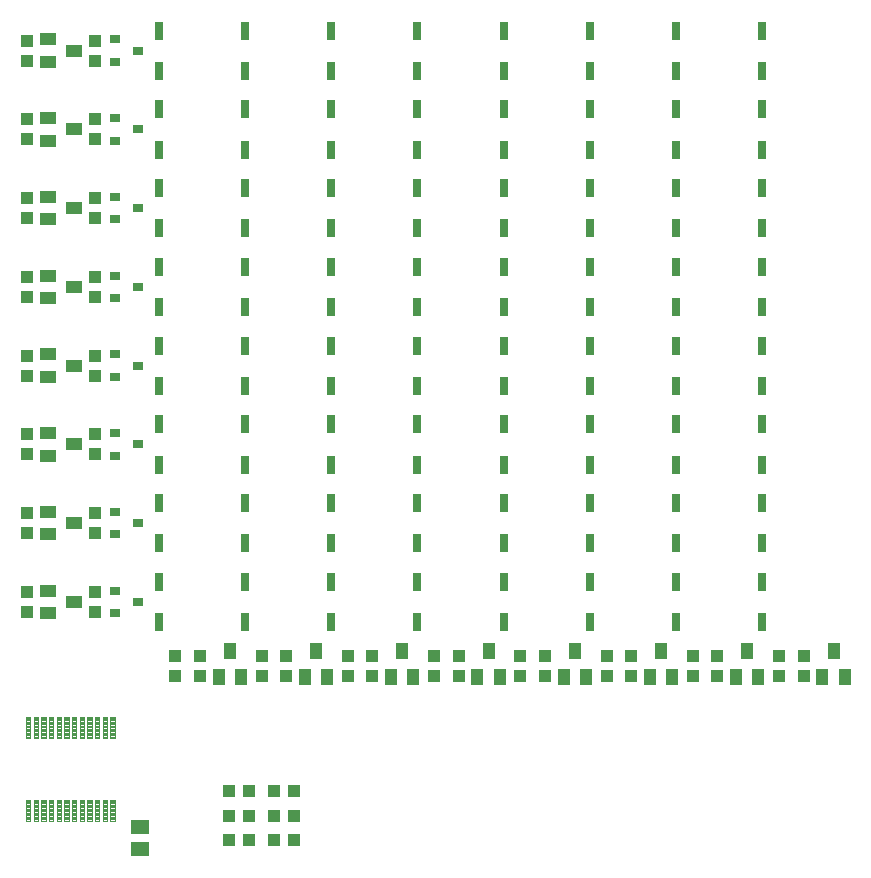
<source format=gbr>
G04 EAGLE Gerber RS-274X export*
G75*
%MOMM*%
%FSLAX34Y34*%
%LPD*%
%INSolderpaste Top*%
%IPPOS*%
%AMOC8*
5,1,8,0,0,1.08239X$1,22.5*%
G01*
%ADD10C,0.120000*%
%ADD11R,0.800000X1.600000*%
%ADD12R,1.400000X1.000000*%
%ADD13R,1.100000X1.000000*%
%ADD14R,0.900000X0.800000*%
%ADD15R,1.000000X1.400000*%
%ADD16R,1.000000X1.100000*%
%ADD17R,1.500000X1.300000*%


D10*
X127613Y148388D02*
X127613Y166188D01*
X131213Y166188D01*
X131213Y148388D01*
X127613Y148388D01*
X127613Y149528D02*
X131213Y149528D01*
X131213Y150668D02*
X127613Y150668D01*
X127613Y151808D02*
X131213Y151808D01*
X131213Y152948D02*
X127613Y152948D01*
X127613Y154088D02*
X131213Y154088D01*
X131213Y155228D02*
X127613Y155228D01*
X127613Y156368D02*
X131213Y156368D01*
X131213Y157508D02*
X127613Y157508D01*
X127613Y158648D02*
X131213Y158648D01*
X131213Y159788D02*
X127613Y159788D01*
X127613Y160928D02*
X131213Y160928D01*
X131213Y162068D02*
X127613Y162068D01*
X127613Y163208D02*
X131213Y163208D01*
X131213Y164348D02*
X127613Y164348D01*
X127613Y165488D02*
X131213Y165488D01*
X121113Y166188D02*
X121113Y148388D01*
X121113Y166188D02*
X124713Y166188D01*
X124713Y148388D01*
X121113Y148388D01*
X121113Y149528D02*
X124713Y149528D01*
X124713Y150668D02*
X121113Y150668D01*
X121113Y151808D02*
X124713Y151808D01*
X124713Y152948D02*
X121113Y152948D01*
X121113Y154088D02*
X124713Y154088D01*
X124713Y155228D02*
X121113Y155228D01*
X121113Y156368D02*
X124713Y156368D01*
X124713Y157508D02*
X121113Y157508D01*
X121113Y158648D02*
X124713Y158648D01*
X124713Y159788D02*
X121113Y159788D01*
X121113Y160928D02*
X124713Y160928D01*
X124713Y162068D02*
X121113Y162068D01*
X121113Y163208D02*
X124713Y163208D01*
X124713Y164348D02*
X121113Y164348D01*
X121113Y165488D02*
X124713Y165488D01*
X114613Y166188D02*
X114613Y148388D01*
X114613Y166188D02*
X118213Y166188D01*
X118213Y148388D01*
X114613Y148388D01*
X114613Y149528D02*
X118213Y149528D01*
X118213Y150668D02*
X114613Y150668D01*
X114613Y151808D02*
X118213Y151808D01*
X118213Y152948D02*
X114613Y152948D01*
X114613Y154088D02*
X118213Y154088D01*
X118213Y155228D02*
X114613Y155228D01*
X114613Y156368D02*
X118213Y156368D01*
X118213Y157508D02*
X114613Y157508D01*
X114613Y158648D02*
X118213Y158648D01*
X118213Y159788D02*
X114613Y159788D01*
X114613Y160928D02*
X118213Y160928D01*
X118213Y162068D02*
X114613Y162068D01*
X114613Y163208D02*
X118213Y163208D01*
X118213Y164348D02*
X114613Y164348D01*
X114613Y165488D02*
X118213Y165488D01*
X108113Y166188D02*
X108113Y148388D01*
X108113Y166188D02*
X111713Y166188D01*
X111713Y148388D01*
X108113Y148388D01*
X108113Y149528D02*
X111713Y149528D01*
X111713Y150668D02*
X108113Y150668D01*
X108113Y151808D02*
X111713Y151808D01*
X111713Y152948D02*
X108113Y152948D01*
X108113Y154088D02*
X111713Y154088D01*
X111713Y155228D02*
X108113Y155228D01*
X108113Y156368D02*
X111713Y156368D01*
X111713Y157508D02*
X108113Y157508D01*
X108113Y158648D02*
X111713Y158648D01*
X111713Y159788D02*
X108113Y159788D01*
X108113Y160928D02*
X111713Y160928D01*
X111713Y162068D02*
X108113Y162068D01*
X108113Y163208D02*
X111713Y163208D01*
X111713Y164348D02*
X108113Y164348D01*
X108113Y165488D02*
X111713Y165488D01*
X101613Y166188D02*
X101613Y148388D01*
X101613Y166188D02*
X105213Y166188D01*
X105213Y148388D01*
X101613Y148388D01*
X101613Y149528D02*
X105213Y149528D01*
X105213Y150668D02*
X101613Y150668D01*
X101613Y151808D02*
X105213Y151808D01*
X105213Y152948D02*
X101613Y152948D01*
X101613Y154088D02*
X105213Y154088D01*
X105213Y155228D02*
X101613Y155228D01*
X101613Y156368D02*
X105213Y156368D01*
X105213Y157508D02*
X101613Y157508D01*
X101613Y158648D02*
X105213Y158648D01*
X105213Y159788D02*
X101613Y159788D01*
X101613Y160928D02*
X105213Y160928D01*
X105213Y162068D02*
X101613Y162068D01*
X101613Y163208D02*
X105213Y163208D01*
X105213Y164348D02*
X101613Y164348D01*
X101613Y165488D02*
X105213Y165488D01*
X95113Y166188D02*
X95113Y148388D01*
X95113Y166188D02*
X98713Y166188D01*
X98713Y148388D01*
X95113Y148388D01*
X95113Y149528D02*
X98713Y149528D01*
X98713Y150668D02*
X95113Y150668D01*
X95113Y151808D02*
X98713Y151808D01*
X98713Y152948D02*
X95113Y152948D01*
X95113Y154088D02*
X98713Y154088D01*
X98713Y155228D02*
X95113Y155228D01*
X95113Y156368D02*
X98713Y156368D01*
X98713Y157508D02*
X95113Y157508D01*
X95113Y158648D02*
X98713Y158648D01*
X98713Y159788D02*
X95113Y159788D01*
X95113Y160928D02*
X98713Y160928D01*
X98713Y162068D02*
X95113Y162068D01*
X95113Y163208D02*
X98713Y163208D01*
X98713Y164348D02*
X95113Y164348D01*
X95113Y165488D02*
X98713Y165488D01*
X88613Y166188D02*
X88613Y148388D01*
X88613Y166188D02*
X92213Y166188D01*
X92213Y148388D01*
X88613Y148388D01*
X88613Y149528D02*
X92213Y149528D01*
X92213Y150668D02*
X88613Y150668D01*
X88613Y151808D02*
X92213Y151808D01*
X92213Y152948D02*
X88613Y152948D01*
X88613Y154088D02*
X92213Y154088D01*
X92213Y155228D02*
X88613Y155228D01*
X88613Y156368D02*
X92213Y156368D01*
X92213Y157508D02*
X88613Y157508D01*
X88613Y158648D02*
X92213Y158648D01*
X92213Y159788D02*
X88613Y159788D01*
X88613Y160928D02*
X92213Y160928D01*
X92213Y162068D02*
X88613Y162068D01*
X88613Y163208D02*
X92213Y163208D01*
X92213Y164348D02*
X88613Y164348D01*
X88613Y165488D02*
X92213Y165488D01*
X82113Y166188D02*
X82113Y148388D01*
X82113Y166188D02*
X85713Y166188D01*
X85713Y148388D01*
X82113Y148388D01*
X82113Y149528D02*
X85713Y149528D01*
X85713Y150668D02*
X82113Y150668D01*
X82113Y151808D02*
X85713Y151808D01*
X85713Y152948D02*
X82113Y152948D01*
X82113Y154088D02*
X85713Y154088D01*
X85713Y155228D02*
X82113Y155228D01*
X82113Y156368D02*
X85713Y156368D01*
X85713Y157508D02*
X82113Y157508D01*
X82113Y158648D02*
X85713Y158648D01*
X85713Y159788D02*
X82113Y159788D01*
X82113Y160928D02*
X85713Y160928D01*
X85713Y162068D02*
X82113Y162068D01*
X82113Y163208D02*
X85713Y163208D01*
X85713Y164348D02*
X82113Y164348D01*
X82113Y165488D02*
X85713Y165488D01*
X75613Y166188D02*
X75613Y148388D01*
X75613Y166188D02*
X79213Y166188D01*
X79213Y148388D01*
X75613Y148388D01*
X75613Y149528D02*
X79213Y149528D01*
X79213Y150668D02*
X75613Y150668D01*
X75613Y151808D02*
X79213Y151808D01*
X79213Y152948D02*
X75613Y152948D01*
X75613Y154088D02*
X79213Y154088D01*
X79213Y155228D02*
X75613Y155228D01*
X75613Y156368D02*
X79213Y156368D01*
X79213Y157508D02*
X75613Y157508D01*
X75613Y158648D02*
X79213Y158648D01*
X79213Y159788D02*
X75613Y159788D01*
X75613Y160928D02*
X79213Y160928D01*
X79213Y162068D02*
X75613Y162068D01*
X75613Y163208D02*
X79213Y163208D01*
X79213Y164348D02*
X75613Y164348D01*
X75613Y165488D02*
X79213Y165488D01*
X69113Y166188D02*
X69113Y148388D01*
X69113Y166188D02*
X72713Y166188D01*
X72713Y148388D01*
X69113Y148388D01*
X69113Y149528D02*
X72713Y149528D01*
X72713Y150668D02*
X69113Y150668D01*
X69113Y151808D02*
X72713Y151808D01*
X72713Y152948D02*
X69113Y152948D01*
X69113Y154088D02*
X72713Y154088D01*
X72713Y155228D02*
X69113Y155228D01*
X69113Y156368D02*
X72713Y156368D01*
X72713Y157508D02*
X69113Y157508D01*
X69113Y158648D02*
X72713Y158648D01*
X72713Y159788D02*
X69113Y159788D01*
X69113Y160928D02*
X72713Y160928D01*
X72713Y162068D02*
X69113Y162068D01*
X69113Y163208D02*
X72713Y163208D01*
X72713Y164348D02*
X69113Y164348D01*
X69113Y165488D02*
X72713Y165488D01*
X62613Y166188D02*
X62613Y148388D01*
X62613Y166188D02*
X66213Y166188D01*
X66213Y148388D01*
X62613Y148388D01*
X62613Y149528D02*
X66213Y149528D01*
X66213Y150668D02*
X62613Y150668D01*
X62613Y151808D02*
X66213Y151808D01*
X66213Y152948D02*
X62613Y152948D01*
X62613Y154088D02*
X66213Y154088D01*
X66213Y155228D02*
X62613Y155228D01*
X62613Y156368D02*
X66213Y156368D01*
X66213Y157508D02*
X62613Y157508D01*
X62613Y158648D02*
X66213Y158648D01*
X66213Y159788D02*
X62613Y159788D01*
X62613Y160928D02*
X66213Y160928D01*
X66213Y162068D02*
X62613Y162068D01*
X62613Y163208D02*
X66213Y163208D01*
X66213Y164348D02*
X62613Y164348D01*
X62613Y165488D02*
X66213Y165488D01*
X56113Y166188D02*
X56113Y148388D01*
X56113Y166188D02*
X59713Y166188D01*
X59713Y148388D01*
X56113Y148388D01*
X56113Y149528D02*
X59713Y149528D01*
X59713Y150668D02*
X56113Y150668D01*
X56113Y151808D02*
X59713Y151808D01*
X59713Y152948D02*
X56113Y152948D01*
X56113Y154088D02*
X59713Y154088D01*
X59713Y155228D02*
X56113Y155228D01*
X56113Y156368D02*
X59713Y156368D01*
X59713Y157508D02*
X56113Y157508D01*
X56113Y158648D02*
X59713Y158648D01*
X59713Y159788D02*
X56113Y159788D01*
X56113Y160928D02*
X59713Y160928D01*
X59713Y162068D02*
X56113Y162068D01*
X56113Y163208D02*
X59713Y163208D01*
X59713Y164348D02*
X56113Y164348D01*
X56113Y165488D02*
X59713Y165488D01*
X56113Y96088D02*
X56113Y78288D01*
X56113Y96088D02*
X59713Y96088D01*
X59713Y78288D01*
X56113Y78288D01*
X56113Y79428D02*
X59713Y79428D01*
X59713Y80568D02*
X56113Y80568D01*
X56113Y81708D02*
X59713Y81708D01*
X59713Y82848D02*
X56113Y82848D01*
X56113Y83988D02*
X59713Y83988D01*
X59713Y85128D02*
X56113Y85128D01*
X56113Y86268D02*
X59713Y86268D01*
X59713Y87408D02*
X56113Y87408D01*
X56113Y88548D02*
X59713Y88548D01*
X59713Y89688D02*
X56113Y89688D01*
X56113Y90828D02*
X59713Y90828D01*
X59713Y91968D02*
X56113Y91968D01*
X56113Y93108D02*
X59713Y93108D01*
X59713Y94248D02*
X56113Y94248D01*
X56113Y95388D02*
X59713Y95388D01*
X62613Y96088D02*
X62613Y78288D01*
X62613Y96088D02*
X66213Y96088D01*
X66213Y78288D01*
X62613Y78288D01*
X62613Y79428D02*
X66213Y79428D01*
X66213Y80568D02*
X62613Y80568D01*
X62613Y81708D02*
X66213Y81708D01*
X66213Y82848D02*
X62613Y82848D01*
X62613Y83988D02*
X66213Y83988D01*
X66213Y85128D02*
X62613Y85128D01*
X62613Y86268D02*
X66213Y86268D01*
X66213Y87408D02*
X62613Y87408D01*
X62613Y88548D02*
X66213Y88548D01*
X66213Y89688D02*
X62613Y89688D01*
X62613Y90828D02*
X66213Y90828D01*
X66213Y91968D02*
X62613Y91968D01*
X62613Y93108D02*
X66213Y93108D01*
X66213Y94248D02*
X62613Y94248D01*
X62613Y95388D02*
X66213Y95388D01*
X69113Y96088D02*
X69113Y78288D01*
X69113Y96088D02*
X72713Y96088D01*
X72713Y78288D01*
X69113Y78288D01*
X69113Y79428D02*
X72713Y79428D01*
X72713Y80568D02*
X69113Y80568D01*
X69113Y81708D02*
X72713Y81708D01*
X72713Y82848D02*
X69113Y82848D01*
X69113Y83988D02*
X72713Y83988D01*
X72713Y85128D02*
X69113Y85128D01*
X69113Y86268D02*
X72713Y86268D01*
X72713Y87408D02*
X69113Y87408D01*
X69113Y88548D02*
X72713Y88548D01*
X72713Y89688D02*
X69113Y89688D01*
X69113Y90828D02*
X72713Y90828D01*
X72713Y91968D02*
X69113Y91968D01*
X69113Y93108D02*
X72713Y93108D01*
X72713Y94248D02*
X69113Y94248D01*
X69113Y95388D02*
X72713Y95388D01*
X75613Y96088D02*
X75613Y78288D01*
X75613Y96088D02*
X79213Y96088D01*
X79213Y78288D01*
X75613Y78288D01*
X75613Y79428D02*
X79213Y79428D01*
X79213Y80568D02*
X75613Y80568D01*
X75613Y81708D02*
X79213Y81708D01*
X79213Y82848D02*
X75613Y82848D01*
X75613Y83988D02*
X79213Y83988D01*
X79213Y85128D02*
X75613Y85128D01*
X75613Y86268D02*
X79213Y86268D01*
X79213Y87408D02*
X75613Y87408D01*
X75613Y88548D02*
X79213Y88548D01*
X79213Y89688D02*
X75613Y89688D01*
X75613Y90828D02*
X79213Y90828D01*
X79213Y91968D02*
X75613Y91968D01*
X75613Y93108D02*
X79213Y93108D01*
X79213Y94248D02*
X75613Y94248D01*
X75613Y95388D02*
X79213Y95388D01*
X82113Y96088D02*
X82113Y78288D01*
X82113Y96088D02*
X85713Y96088D01*
X85713Y78288D01*
X82113Y78288D01*
X82113Y79428D02*
X85713Y79428D01*
X85713Y80568D02*
X82113Y80568D01*
X82113Y81708D02*
X85713Y81708D01*
X85713Y82848D02*
X82113Y82848D01*
X82113Y83988D02*
X85713Y83988D01*
X85713Y85128D02*
X82113Y85128D01*
X82113Y86268D02*
X85713Y86268D01*
X85713Y87408D02*
X82113Y87408D01*
X82113Y88548D02*
X85713Y88548D01*
X85713Y89688D02*
X82113Y89688D01*
X82113Y90828D02*
X85713Y90828D01*
X85713Y91968D02*
X82113Y91968D01*
X82113Y93108D02*
X85713Y93108D01*
X85713Y94248D02*
X82113Y94248D01*
X82113Y95388D02*
X85713Y95388D01*
X88613Y96088D02*
X88613Y78288D01*
X88613Y96088D02*
X92213Y96088D01*
X92213Y78288D01*
X88613Y78288D01*
X88613Y79428D02*
X92213Y79428D01*
X92213Y80568D02*
X88613Y80568D01*
X88613Y81708D02*
X92213Y81708D01*
X92213Y82848D02*
X88613Y82848D01*
X88613Y83988D02*
X92213Y83988D01*
X92213Y85128D02*
X88613Y85128D01*
X88613Y86268D02*
X92213Y86268D01*
X92213Y87408D02*
X88613Y87408D01*
X88613Y88548D02*
X92213Y88548D01*
X92213Y89688D02*
X88613Y89688D01*
X88613Y90828D02*
X92213Y90828D01*
X92213Y91968D02*
X88613Y91968D01*
X88613Y93108D02*
X92213Y93108D01*
X92213Y94248D02*
X88613Y94248D01*
X88613Y95388D02*
X92213Y95388D01*
X95113Y96088D02*
X95113Y78288D01*
X95113Y96088D02*
X98713Y96088D01*
X98713Y78288D01*
X95113Y78288D01*
X95113Y79428D02*
X98713Y79428D01*
X98713Y80568D02*
X95113Y80568D01*
X95113Y81708D02*
X98713Y81708D01*
X98713Y82848D02*
X95113Y82848D01*
X95113Y83988D02*
X98713Y83988D01*
X98713Y85128D02*
X95113Y85128D01*
X95113Y86268D02*
X98713Y86268D01*
X98713Y87408D02*
X95113Y87408D01*
X95113Y88548D02*
X98713Y88548D01*
X98713Y89688D02*
X95113Y89688D01*
X95113Y90828D02*
X98713Y90828D01*
X98713Y91968D02*
X95113Y91968D01*
X95113Y93108D02*
X98713Y93108D01*
X98713Y94248D02*
X95113Y94248D01*
X95113Y95388D02*
X98713Y95388D01*
X101613Y96088D02*
X101613Y78288D01*
X101613Y96088D02*
X105213Y96088D01*
X105213Y78288D01*
X101613Y78288D01*
X101613Y79428D02*
X105213Y79428D01*
X105213Y80568D02*
X101613Y80568D01*
X101613Y81708D02*
X105213Y81708D01*
X105213Y82848D02*
X101613Y82848D01*
X101613Y83988D02*
X105213Y83988D01*
X105213Y85128D02*
X101613Y85128D01*
X101613Y86268D02*
X105213Y86268D01*
X105213Y87408D02*
X101613Y87408D01*
X101613Y88548D02*
X105213Y88548D01*
X105213Y89688D02*
X101613Y89688D01*
X101613Y90828D02*
X105213Y90828D01*
X105213Y91968D02*
X101613Y91968D01*
X101613Y93108D02*
X105213Y93108D01*
X105213Y94248D02*
X101613Y94248D01*
X101613Y95388D02*
X105213Y95388D01*
X108113Y96088D02*
X108113Y78288D01*
X108113Y96088D02*
X111713Y96088D01*
X111713Y78288D01*
X108113Y78288D01*
X108113Y79428D02*
X111713Y79428D01*
X111713Y80568D02*
X108113Y80568D01*
X108113Y81708D02*
X111713Y81708D01*
X111713Y82848D02*
X108113Y82848D01*
X108113Y83988D02*
X111713Y83988D01*
X111713Y85128D02*
X108113Y85128D01*
X108113Y86268D02*
X111713Y86268D01*
X111713Y87408D02*
X108113Y87408D01*
X108113Y88548D02*
X111713Y88548D01*
X111713Y89688D02*
X108113Y89688D01*
X108113Y90828D02*
X111713Y90828D01*
X111713Y91968D02*
X108113Y91968D01*
X108113Y93108D02*
X111713Y93108D01*
X111713Y94248D02*
X108113Y94248D01*
X108113Y95388D02*
X111713Y95388D01*
X114613Y96088D02*
X114613Y78288D01*
X114613Y96088D02*
X118213Y96088D01*
X118213Y78288D01*
X114613Y78288D01*
X114613Y79428D02*
X118213Y79428D01*
X118213Y80568D02*
X114613Y80568D01*
X114613Y81708D02*
X118213Y81708D01*
X118213Y82848D02*
X114613Y82848D01*
X114613Y83988D02*
X118213Y83988D01*
X118213Y85128D02*
X114613Y85128D01*
X114613Y86268D02*
X118213Y86268D01*
X118213Y87408D02*
X114613Y87408D01*
X114613Y88548D02*
X118213Y88548D01*
X118213Y89688D02*
X114613Y89688D01*
X114613Y90828D02*
X118213Y90828D01*
X118213Y91968D02*
X114613Y91968D01*
X114613Y93108D02*
X118213Y93108D01*
X118213Y94248D02*
X114613Y94248D01*
X114613Y95388D02*
X118213Y95388D01*
X121113Y96088D02*
X121113Y78288D01*
X121113Y96088D02*
X124713Y96088D01*
X124713Y78288D01*
X121113Y78288D01*
X121113Y79428D02*
X124713Y79428D01*
X124713Y80568D02*
X121113Y80568D01*
X121113Y81708D02*
X124713Y81708D01*
X124713Y82848D02*
X121113Y82848D01*
X121113Y83988D02*
X124713Y83988D01*
X124713Y85128D02*
X121113Y85128D01*
X121113Y86268D02*
X124713Y86268D01*
X124713Y87408D02*
X121113Y87408D01*
X121113Y88548D02*
X124713Y88548D01*
X124713Y89688D02*
X121113Y89688D01*
X121113Y90828D02*
X124713Y90828D01*
X124713Y91968D02*
X121113Y91968D01*
X121113Y93108D02*
X124713Y93108D01*
X124713Y94248D02*
X121113Y94248D01*
X121113Y95388D02*
X124713Y95388D01*
X127613Y96088D02*
X127613Y78288D01*
X127613Y96088D02*
X131213Y96088D01*
X131213Y78288D01*
X127613Y78288D01*
X127613Y79428D02*
X131213Y79428D01*
X131213Y80568D02*
X127613Y80568D01*
X127613Y81708D02*
X131213Y81708D01*
X131213Y82848D02*
X127613Y82848D01*
X127613Y83988D02*
X131213Y83988D01*
X131213Y85128D02*
X127613Y85128D01*
X127613Y86268D02*
X131213Y86268D01*
X131213Y87408D02*
X127613Y87408D01*
X127613Y88548D02*
X131213Y88548D01*
X131213Y89688D02*
X127613Y89688D01*
X127613Y90828D02*
X131213Y90828D01*
X131213Y91968D02*
X127613Y91968D01*
X127613Y93108D02*
X131213Y93108D01*
X131213Y94248D02*
X127613Y94248D01*
X127613Y95388D02*
X131213Y95388D01*
D11*
X168275Y280525D03*
X168275Y246525D03*
D12*
X96725Y263525D03*
X74725Y254025D03*
X74725Y273025D03*
D13*
X57150Y255025D03*
X57150Y272025D03*
X114300Y272025D03*
X114300Y255025D03*
D14*
X131288Y273025D03*
X131288Y254025D03*
X151288Y263525D03*
D12*
X96725Y330200D03*
X74725Y320700D03*
X74725Y339700D03*
D13*
X57150Y321700D03*
X57150Y338700D03*
X114300Y338700D03*
X114300Y321700D03*
D14*
X131288Y339700D03*
X131288Y320700D03*
X151288Y330200D03*
D11*
X168275Y347200D03*
X168275Y313200D03*
X168275Y413875D03*
X168275Y379875D03*
X168275Y480550D03*
X168275Y446550D03*
X168275Y547225D03*
X168275Y513225D03*
X168275Y613900D03*
X168275Y579900D03*
X168275Y680575D03*
X168275Y646575D03*
X168275Y747250D03*
X168275Y713250D03*
D12*
X96725Y396875D03*
X74725Y387375D03*
X74725Y406375D03*
D13*
X57150Y388375D03*
X57150Y405375D03*
X114300Y405375D03*
X114300Y388375D03*
D14*
X131288Y406375D03*
X131288Y387375D03*
X151288Y396875D03*
D12*
X96725Y463550D03*
X74725Y454050D03*
X74725Y473050D03*
D13*
X57150Y455050D03*
X57150Y472050D03*
X114300Y472050D03*
X114300Y455050D03*
D14*
X131288Y473050D03*
X131288Y454050D03*
X151288Y463550D03*
D12*
X96725Y530225D03*
X74725Y520725D03*
X74725Y539725D03*
D13*
X57150Y521725D03*
X57150Y538725D03*
X114300Y538725D03*
X114300Y521725D03*
D14*
X131288Y539725D03*
X131288Y520725D03*
X151288Y530225D03*
D12*
X96725Y596900D03*
X74725Y587400D03*
X74725Y606400D03*
D13*
X57150Y588400D03*
X57150Y605400D03*
X114300Y605400D03*
X114300Y588400D03*
D14*
X131288Y606400D03*
X131288Y587400D03*
X151288Y596900D03*
D12*
X96725Y663575D03*
X74725Y654075D03*
X74725Y673075D03*
D13*
X57150Y655075D03*
X57150Y672075D03*
X114300Y672075D03*
X114300Y655075D03*
D14*
X131288Y673075D03*
X131288Y654075D03*
X151288Y663575D03*
D12*
X96725Y730250D03*
X74725Y720750D03*
X74725Y739750D03*
D13*
X57150Y721750D03*
X57150Y738750D03*
X114300Y738750D03*
X114300Y721750D03*
D14*
X131288Y739750D03*
X131288Y720750D03*
X151288Y730250D03*
D15*
X228600Y222138D03*
X238100Y200138D03*
X219100Y200138D03*
D13*
X203200Y201050D03*
X203200Y218050D03*
X182563Y218050D03*
X182563Y201050D03*
D11*
X241300Y280525D03*
X241300Y246525D03*
X241300Y347200D03*
X241300Y313200D03*
X241300Y413875D03*
X241300Y379875D03*
X241300Y480550D03*
X241300Y446550D03*
X241300Y547225D03*
X241300Y513225D03*
X241300Y613900D03*
X241300Y579900D03*
X241300Y680575D03*
X241300Y646575D03*
X241300Y747250D03*
X241300Y713250D03*
D15*
X301625Y222138D03*
X311125Y200138D03*
X292125Y200138D03*
D13*
X276225Y201050D03*
X276225Y218050D03*
X255588Y218050D03*
X255588Y201050D03*
D11*
X314325Y280525D03*
X314325Y246525D03*
X314325Y347200D03*
X314325Y313200D03*
X314325Y413875D03*
X314325Y379875D03*
X314325Y480550D03*
X314325Y446550D03*
X314325Y547225D03*
X314325Y513225D03*
X314325Y613900D03*
X314325Y579900D03*
X314325Y680575D03*
X314325Y646575D03*
X314325Y747250D03*
X314325Y713250D03*
D15*
X374650Y222138D03*
X384150Y200138D03*
X365150Y200138D03*
D13*
X349250Y201050D03*
X349250Y218050D03*
X328613Y218050D03*
X328613Y201050D03*
D11*
X387350Y280525D03*
X387350Y246525D03*
X387350Y347200D03*
X387350Y313200D03*
X387350Y413875D03*
X387350Y379875D03*
X387350Y480550D03*
X387350Y446550D03*
X387350Y547225D03*
X387350Y513225D03*
X387350Y613900D03*
X387350Y579900D03*
X387350Y680575D03*
X387350Y646575D03*
X387350Y747250D03*
X387350Y713250D03*
D15*
X447675Y222138D03*
X457175Y200138D03*
X438175Y200138D03*
D13*
X422275Y201050D03*
X422275Y218050D03*
X401638Y218050D03*
X401638Y201050D03*
D11*
X460375Y280525D03*
X460375Y246525D03*
X460375Y347200D03*
X460375Y313200D03*
X460375Y413875D03*
X460375Y379875D03*
X460375Y480550D03*
X460375Y446550D03*
X460375Y547225D03*
X460375Y513225D03*
X460375Y613900D03*
X460375Y579900D03*
X460375Y680575D03*
X460375Y646575D03*
X460375Y747250D03*
X460375Y713250D03*
D15*
X520700Y222138D03*
X530200Y200138D03*
X511200Y200138D03*
D13*
X495300Y201050D03*
X495300Y218050D03*
X474663Y218050D03*
X474663Y201050D03*
D11*
X533400Y280525D03*
X533400Y246525D03*
X533400Y347200D03*
X533400Y313200D03*
X533400Y413875D03*
X533400Y379875D03*
X533400Y480550D03*
X533400Y446550D03*
X533400Y547225D03*
X533400Y513225D03*
X533400Y613900D03*
X533400Y579900D03*
X533400Y680575D03*
X533400Y646575D03*
X533400Y747250D03*
X533400Y713250D03*
D15*
X593725Y222138D03*
X603225Y200138D03*
X584225Y200138D03*
D13*
X568325Y201050D03*
X568325Y218050D03*
X547688Y218050D03*
X547688Y201050D03*
D11*
X606425Y280525D03*
X606425Y246525D03*
X606425Y347200D03*
X606425Y313200D03*
X606425Y413875D03*
X606425Y379875D03*
X606425Y480550D03*
X606425Y446550D03*
X606425Y547225D03*
X606425Y513225D03*
X606425Y613900D03*
X606425Y579900D03*
X606425Y680575D03*
X606425Y646575D03*
X606425Y747250D03*
X606425Y713250D03*
D15*
X666750Y222138D03*
X676250Y200138D03*
X657250Y200138D03*
D13*
X641350Y201050D03*
X641350Y218050D03*
X620713Y218050D03*
X620713Y201050D03*
D11*
X679450Y280525D03*
X679450Y246525D03*
X679450Y347200D03*
X679450Y313200D03*
X679450Y413875D03*
X679450Y379875D03*
X679450Y480550D03*
X679450Y446550D03*
X679450Y547225D03*
X679450Y513225D03*
X679450Y613900D03*
X679450Y579900D03*
X679450Y680575D03*
X679450Y646575D03*
X679450Y747250D03*
X679450Y713250D03*
D15*
X739775Y222138D03*
X749275Y200138D03*
X730275Y200138D03*
D13*
X714375Y201050D03*
X714375Y218050D03*
X693738Y218050D03*
X693738Y201050D03*
D16*
X228038Y61913D03*
X245038Y61913D03*
X228038Y103188D03*
X245038Y103188D03*
X228038Y82550D03*
X245038Y82550D03*
X266138Y61913D03*
X283138Y61913D03*
X266138Y103188D03*
X283138Y103188D03*
X266138Y82550D03*
X283138Y82550D03*
D17*
X152400Y73000D03*
X152400Y54000D03*
M02*

</source>
